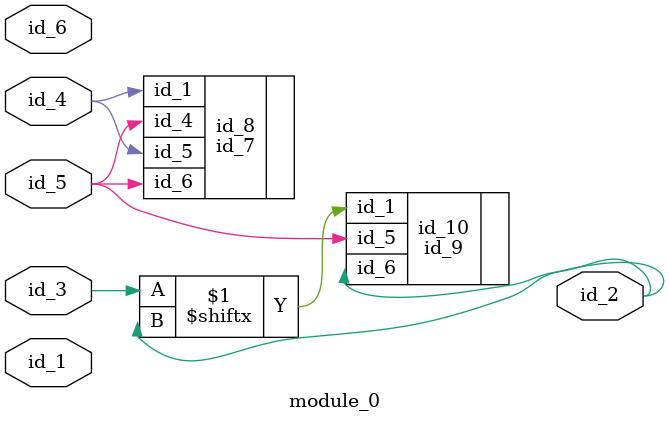
<source format=v>
module module_0 (
    id_1,
    id_2,
    id_3,
    id_4,
    id_5,
    id_6
);
  input id_6;
  input id_5;
  input id_4;
  input id_3;
  output id_2;
  input id_1;
  id_7 id_8 (
      .id_4(id_5),
      .id_6(id_4),
      .id_5(id_2),
      .id_1(id_3),
      .id_1(id_4),
      .id_6(id_5),
      .id_5(id_4)
  );
  id_9 id_10 (
      .id_1(id_3[id_2]),
      .id_6(id_2),
      .id_5(id_5)
  );
  id_11 id_12 (
      .id_10(id_4[id_13]),
      .id_2 (id_1),
      .id_3 (id_8)
  );
endmodule

</source>
